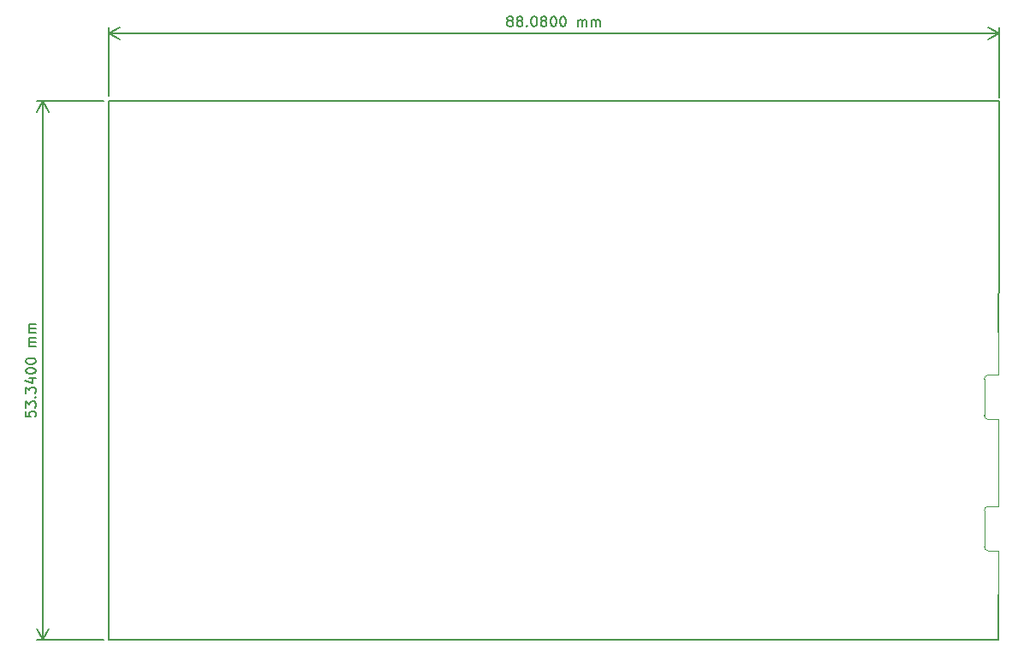
<source format=gbr>
%TF.GenerationSoftware,KiCad,Pcbnew,9.0.7*%
%TF.CreationDate,2026-02-04T14:21:25-07:00*%
%TF.ProjectId,Uno_Shield_DSP_Class_v1,556e6f5f-5368-4696-956c-645f4453505f,rev?*%
%TF.SameCoordinates,Original*%
%TF.FileFunction,Profile,NP*%
%FSLAX46Y46*%
G04 Gerber Fmt 4.6, Leading zero omitted, Abs format (unit mm)*
G04 Created by KiCad (PCBNEW 9.0.7) date 2026-02-04 14:21:25*
%MOMM*%
%LPD*%
G01*
G04 APERTURE LIST*
%ADD10C,0.150000*%
%TA.AperFunction,Profile*%
%ADD11C,0.150000*%
%TD*%
%TA.AperFunction,Profile*%
%ADD12C,0.120000*%
%TD*%
G04 APERTURE END LIST*
D10*
X72304819Y-77425237D02*
X72304819Y-77901427D01*
X72304819Y-77901427D02*
X72781009Y-77949046D01*
X72781009Y-77949046D02*
X72733390Y-77901427D01*
X72733390Y-77901427D02*
X72685771Y-77806189D01*
X72685771Y-77806189D02*
X72685771Y-77568094D01*
X72685771Y-77568094D02*
X72733390Y-77472856D01*
X72733390Y-77472856D02*
X72781009Y-77425237D01*
X72781009Y-77425237D02*
X72876247Y-77377618D01*
X72876247Y-77377618D02*
X73114342Y-77377618D01*
X73114342Y-77377618D02*
X73209580Y-77425237D01*
X73209580Y-77425237D02*
X73257200Y-77472856D01*
X73257200Y-77472856D02*
X73304819Y-77568094D01*
X73304819Y-77568094D02*
X73304819Y-77806189D01*
X73304819Y-77806189D02*
X73257200Y-77901427D01*
X73257200Y-77901427D02*
X73209580Y-77949046D01*
X72304819Y-77044284D02*
X72304819Y-76425237D01*
X72304819Y-76425237D02*
X72685771Y-76758570D01*
X72685771Y-76758570D02*
X72685771Y-76615713D01*
X72685771Y-76615713D02*
X72733390Y-76520475D01*
X72733390Y-76520475D02*
X72781009Y-76472856D01*
X72781009Y-76472856D02*
X72876247Y-76425237D01*
X72876247Y-76425237D02*
X73114342Y-76425237D01*
X73114342Y-76425237D02*
X73209580Y-76472856D01*
X73209580Y-76472856D02*
X73257200Y-76520475D01*
X73257200Y-76520475D02*
X73304819Y-76615713D01*
X73304819Y-76615713D02*
X73304819Y-76901427D01*
X73304819Y-76901427D02*
X73257200Y-76996665D01*
X73257200Y-76996665D02*
X73209580Y-77044284D01*
X73209580Y-75996665D02*
X73257200Y-75949046D01*
X73257200Y-75949046D02*
X73304819Y-75996665D01*
X73304819Y-75996665D02*
X73257200Y-76044284D01*
X73257200Y-76044284D02*
X73209580Y-75996665D01*
X73209580Y-75996665D02*
X73304819Y-75996665D01*
X72304819Y-75615713D02*
X72304819Y-74996666D01*
X72304819Y-74996666D02*
X72685771Y-75329999D01*
X72685771Y-75329999D02*
X72685771Y-75187142D01*
X72685771Y-75187142D02*
X72733390Y-75091904D01*
X72733390Y-75091904D02*
X72781009Y-75044285D01*
X72781009Y-75044285D02*
X72876247Y-74996666D01*
X72876247Y-74996666D02*
X73114342Y-74996666D01*
X73114342Y-74996666D02*
X73209580Y-75044285D01*
X73209580Y-75044285D02*
X73257200Y-75091904D01*
X73257200Y-75091904D02*
X73304819Y-75187142D01*
X73304819Y-75187142D02*
X73304819Y-75472856D01*
X73304819Y-75472856D02*
X73257200Y-75568094D01*
X73257200Y-75568094D02*
X73209580Y-75615713D01*
X72638152Y-74139523D02*
X73304819Y-74139523D01*
X72257200Y-74377618D02*
X72971485Y-74615713D01*
X72971485Y-74615713D02*
X72971485Y-73996666D01*
X72304819Y-73425237D02*
X72304819Y-73329999D01*
X72304819Y-73329999D02*
X72352438Y-73234761D01*
X72352438Y-73234761D02*
X72400057Y-73187142D01*
X72400057Y-73187142D02*
X72495295Y-73139523D01*
X72495295Y-73139523D02*
X72685771Y-73091904D01*
X72685771Y-73091904D02*
X72923866Y-73091904D01*
X72923866Y-73091904D02*
X73114342Y-73139523D01*
X73114342Y-73139523D02*
X73209580Y-73187142D01*
X73209580Y-73187142D02*
X73257200Y-73234761D01*
X73257200Y-73234761D02*
X73304819Y-73329999D01*
X73304819Y-73329999D02*
X73304819Y-73425237D01*
X73304819Y-73425237D02*
X73257200Y-73520475D01*
X73257200Y-73520475D02*
X73209580Y-73568094D01*
X73209580Y-73568094D02*
X73114342Y-73615713D01*
X73114342Y-73615713D02*
X72923866Y-73663332D01*
X72923866Y-73663332D02*
X72685771Y-73663332D01*
X72685771Y-73663332D02*
X72495295Y-73615713D01*
X72495295Y-73615713D02*
X72400057Y-73568094D01*
X72400057Y-73568094D02*
X72352438Y-73520475D01*
X72352438Y-73520475D02*
X72304819Y-73425237D01*
X72304819Y-72472856D02*
X72304819Y-72377618D01*
X72304819Y-72377618D02*
X72352438Y-72282380D01*
X72352438Y-72282380D02*
X72400057Y-72234761D01*
X72400057Y-72234761D02*
X72495295Y-72187142D01*
X72495295Y-72187142D02*
X72685771Y-72139523D01*
X72685771Y-72139523D02*
X72923866Y-72139523D01*
X72923866Y-72139523D02*
X73114342Y-72187142D01*
X73114342Y-72187142D02*
X73209580Y-72234761D01*
X73209580Y-72234761D02*
X73257200Y-72282380D01*
X73257200Y-72282380D02*
X73304819Y-72377618D01*
X73304819Y-72377618D02*
X73304819Y-72472856D01*
X73304819Y-72472856D02*
X73257200Y-72568094D01*
X73257200Y-72568094D02*
X73209580Y-72615713D01*
X73209580Y-72615713D02*
X73114342Y-72663332D01*
X73114342Y-72663332D02*
X72923866Y-72710951D01*
X72923866Y-72710951D02*
X72685771Y-72710951D01*
X72685771Y-72710951D02*
X72495295Y-72663332D01*
X72495295Y-72663332D02*
X72400057Y-72615713D01*
X72400057Y-72615713D02*
X72352438Y-72568094D01*
X72352438Y-72568094D02*
X72304819Y-72472856D01*
X73304819Y-70949046D02*
X72638152Y-70949046D01*
X72733390Y-70949046D02*
X72685771Y-70901427D01*
X72685771Y-70901427D02*
X72638152Y-70806189D01*
X72638152Y-70806189D02*
X72638152Y-70663332D01*
X72638152Y-70663332D02*
X72685771Y-70568094D01*
X72685771Y-70568094D02*
X72781009Y-70520475D01*
X72781009Y-70520475D02*
X73304819Y-70520475D01*
X72781009Y-70520475D02*
X72685771Y-70472856D01*
X72685771Y-70472856D02*
X72638152Y-70377618D01*
X72638152Y-70377618D02*
X72638152Y-70234761D01*
X72638152Y-70234761D02*
X72685771Y-70139522D01*
X72685771Y-70139522D02*
X72781009Y-70091903D01*
X72781009Y-70091903D02*
X73304819Y-70091903D01*
X73304819Y-69615713D02*
X72638152Y-69615713D01*
X72733390Y-69615713D02*
X72685771Y-69568094D01*
X72685771Y-69568094D02*
X72638152Y-69472856D01*
X72638152Y-69472856D02*
X72638152Y-69329999D01*
X72638152Y-69329999D02*
X72685771Y-69234761D01*
X72685771Y-69234761D02*
X72781009Y-69187142D01*
X72781009Y-69187142D02*
X73304819Y-69187142D01*
X72781009Y-69187142D02*
X72685771Y-69139523D01*
X72685771Y-69139523D02*
X72638152Y-69044285D01*
X72638152Y-69044285D02*
X72638152Y-68901428D01*
X72638152Y-68901428D02*
X72685771Y-68806189D01*
X72685771Y-68806189D02*
X72781009Y-68758570D01*
X72781009Y-68758570D02*
X73304819Y-68758570D01*
D11*
X80000000Y-46660000D02*
X73413580Y-46660000D01*
X73413580Y-100000000D02*
X80000000Y-100000000D01*
X74000000Y-46660000D02*
X74000000Y-100000000D01*
X74000000Y-46660000D02*
X74586421Y-47786504D01*
X74000000Y-46660000D02*
X73413579Y-47786504D01*
X74000000Y-100000000D02*
X73413579Y-98873496D01*
X74000000Y-100000000D02*
X74586421Y-98873496D01*
D10*
X120111429Y-38733390D02*
X120016191Y-38685771D01*
X120016191Y-38685771D02*
X119968572Y-38638152D01*
X119968572Y-38638152D02*
X119920953Y-38542914D01*
X119920953Y-38542914D02*
X119920953Y-38495295D01*
X119920953Y-38495295D02*
X119968572Y-38400057D01*
X119968572Y-38400057D02*
X120016191Y-38352438D01*
X120016191Y-38352438D02*
X120111429Y-38304819D01*
X120111429Y-38304819D02*
X120301905Y-38304819D01*
X120301905Y-38304819D02*
X120397143Y-38352438D01*
X120397143Y-38352438D02*
X120444762Y-38400057D01*
X120444762Y-38400057D02*
X120492381Y-38495295D01*
X120492381Y-38495295D02*
X120492381Y-38542914D01*
X120492381Y-38542914D02*
X120444762Y-38638152D01*
X120444762Y-38638152D02*
X120397143Y-38685771D01*
X120397143Y-38685771D02*
X120301905Y-38733390D01*
X120301905Y-38733390D02*
X120111429Y-38733390D01*
X120111429Y-38733390D02*
X120016191Y-38781009D01*
X120016191Y-38781009D02*
X119968572Y-38828628D01*
X119968572Y-38828628D02*
X119920953Y-38923866D01*
X119920953Y-38923866D02*
X119920953Y-39114342D01*
X119920953Y-39114342D02*
X119968572Y-39209580D01*
X119968572Y-39209580D02*
X120016191Y-39257200D01*
X120016191Y-39257200D02*
X120111429Y-39304819D01*
X120111429Y-39304819D02*
X120301905Y-39304819D01*
X120301905Y-39304819D02*
X120397143Y-39257200D01*
X120397143Y-39257200D02*
X120444762Y-39209580D01*
X120444762Y-39209580D02*
X120492381Y-39114342D01*
X120492381Y-39114342D02*
X120492381Y-38923866D01*
X120492381Y-38923866D02*
X120444762Y-38828628D01*
X120444762Y-38828628D02*
X120397143Y-38781009D01*
X120397143Y-38781009D02*
X120301905Y-38733390D01*
X121063810Y-38733390D02*
X120968572Y-38685771D01*
X120968572Y-38685771D02*
X120920953Y-38638152D01*
X120920953Y-38638152D02*
X120873334Y-38542914D01*
X120873334Y-38542914D02*
X120873334Y-38495295D01*
X120873334Y-38495295D02*
X120920953Y-38400057D01*
X120920953Y-38400057D02*
X120968572Y-38352438D01*
X120968572Y-38352438D02*
X121063810Y-38304819D01*
X121063810Y-38304819D02*
X121254286Y-38304819D01*
X121254286Y-38304819D02*
X121349524Y-38352438D01*
X121349524Y-38352438D02*
X121397143Y-38400057D01*
X121397143Y-38400057D02*
X121444762Y-38495295D01*
X121444762Y-38495295D02*
X121444762Y-38542914D01*
X121444762Y-38542914D02*
X121397143Y-38638152D01*
X121397143Y-38638152D02*
X121349524Y-38685771D01*
X121349524Y-38685771D02*
X121254286Y-38733390D01*
X121254286Y-38733390D02*
X121063810Y-38733390D01*
X121063810Y-38733390D02*
X120968572Y-38781009D01*
X120968572Y-38781009D02*
X120920953Y-38828628D01*
X120920953Y-38828628D02*
X120873334Y-38923866D01*
X120873334Y-38923866D02*
X120873334Y-39114342D01*
X120873334Y-39114342D02*
X120920953Y-39209580D01*
X120920953Y-39209580D02*
X120968572Y-39257200D01*
X120968572Y-39257200D02*
X121063810Y-39304819D01*
X121063810Y-39304819D02*
X121254286Y-39304819D01*
X121254286Y-39304819D02*
X121349524Y-39257200D01*
X121349524Y-39257200D02*
X121397143Y-39209580D01*
X121397143Y-39209580D02*
X121444762Y-39114342D01*
X121444762Y-39114342D02*
X121444762Y-38923866D01*
X121444762Y-38923866D02*
X121397143Y-38828628D01*
X121397143Y-38828628D02*
X121349524Y-38781009D01*
X121349524Y-38781009D02*
X121254286Y-38733390D01*
X121873334Y-39209580D02*
X121920953Y-39257200D01*
X121920953Y-39257200D02*
X121873334Y-39304819D01*
X121873334Y-39304819D02*
X121825715Y-39257200D01*
X121825715Y-39257200D02*
X121873334Y-39209580D01*
X121873334Y-39209580D02*
X121873334Y-39304819D01*
X122540000Y-38304819D02*
X122635238Y-38304819D01*
X122635238Y-38304819D02*
X122730476Y-38352438D01*
X122730476Y-38352438D02*
X122778095Y-38400057D01*
X122778095Y-38400057D02*
X122825714Y-38495295D01*
X122825714Y-38495295D02*
X122873333Y-38685771D01*
X122873333Y-38685771D02*
X122873333Y-38923866D01*
X122873333Y-38923866D02*
X122825714Y-39114342D01*
X122825714Y-39114342D02*
X122778095Y-39209580D01*
X122778095Y-39209580D02*
X122730476Y-39257200D01*
X122730476Y-39257200D02*
X122635238Y-39304819D01*
X122635238Y-39304819D02*
X122540000Y-39304819D01*
X122540000Y-39304819D02*
X122444762Y-39257200D01*
X122444762Y-39257200D02*
X122397143Y-39209580D01*
X122397143Y-39209580D02*
X122349524Y-39114342D01*
X122349524Y-39114342D02*
X122301905Y-38923866D01*
X122301905Y-38923866D02*
X122301905Y-38685771D01*
X122301905Y-38685771D02*
X122349524Y-38495295D01*
X122349524Y-38495295D02*
X122397143Y-38400057D01*
X122397143Y-38400057D02*
X122444762Y-38352438D01*
X122444762Y-38352438D02*
X122540000Y-38304819D01*
X123444762Y-38733390D02*
X123349524Y-38685771D01*
X123349524Y-38685771D02*
X123301905Y-38638152D01*
X123301905Y-38638152D02*
X123254286Y-38542914D01*
X123254286Y-38542914D02*
X123254286Y-38495295D01*
X123254286Y-38495295D02*
X123301905Y-38400057D01*
X123301905Y-38400057D02*
X123349524Y-38352438D01*
X123349524Y-38352438D02*
X123444762Y-38304819D01*
X123444762Y-38304819D02*
X123635238Y-38304819D01*
X123635238Y-38304819D02*
X123730476Y-38352438D01*
X123730476Y-38352438D02*
X123778095Y-38400057D01*
X123778095Y-38400057D02*
X123825714Y-38495295D01*
X123825714Y-38495295D02*
X123825714Y-38542914D01*
X123825714Y-38542914D02*
X123778095Y-38638152D01*
X123778095Y-38638152D02*
X123730476Y-38685771D01*
X123730476Y-38685771D02*
X123635238Y-38733390D01*
X123635238Y-38733390D02*
X123444762Y-38733390D01*
X123444762Y-38733390D02*
X123349524Y-38781009D01*
X123349524Y-38781009D02*
X123301905Y-38828628D01*
X123301905Y-38828628D02*
X123254286Y-38923866D01*
X123254286Y-38923866D02*
X123254286Y-39114342D01*
X123254286Y-39114342D02*
X123301905Y-39209580D01*
X123301905Y-39209580D02*
X123349524Y-39257200D01*
X123349524Y-39257200D02*
X123444762Y-39304819D01*
X123444762Y-39304819D02*
X123635238Y-39304819D01*
X123635238Y-39304819D02*
X123730476Y-39257200D01*
X123730476Y-39257200D02*
X123778095Y-39209580D01*
X123778095Y-39209580D02*
X123825714Y-39114342D01*
X123825714Y-39114342D02*
X123825714Y-38923866D01*
X123825714Y-38923866D02*
X123778095Y-38828628D01*
X123778095Y-38828628D02*
X123730476Y-38781009D01*
X123730476Y-38781009D02*
X123635238Y-38733390D01*
X124444762Y-38304819D02*
X124540000Y-38304819D01*
X124540000Y-38304819D02*
X124635238Y-38352438D01*
X124635238Y-38352438D02*
X124682857Y-38400057D01*
X124682857Y-38400057D02*
X124730476Y-38495295D01*
X124730476Y-38495295D02*
X124778095Y-38685771D01*
X124778095Y-38685771D02*
X124778095Y-38923866D01*
X124778095Y-38923866D02*
X124730476Y-39114342D01*
X124730476Y-39114342D02*
X124682857Y-39209580D01*
X124682857Y-39209580D02*
X124635238Y-39257200D01*
X124635238Y-39257200D02*
X124540000Y-39304819D01*
X124540000Y-39304819D02*
X124444762Y-39304819D01*
X124444762Y-39304819D02*
X124349524Y-39257200D01*
X124349524Y-39257200D02*
X124301905Y-39209580D01*
X124301905Y-39209580D02*
X124254286Y-39114342D01*
X124254286Y-39114342D02*
X124206667Y-38923866D01*
X124206667Y-38923866D02*
X124206667Y-38685771D01*
X124206667Y-38685771D02*
X124254286Y-38495295D01*
X124254286Y-38495295D02*
X124301905Y-38400057D01*
X124301905Y-38400057D02*
X124349524Y-38352438D01*
X124349524Y-38352438D02*
X124444762Y-38304819D01*
X125397143Y-38304819D02*
X125492381Y-38304819D01*
X125492381Y-38304819D02*
X125587619Y-38352438D01*
X125587619Y-38352438D02*
X125635238Y-38400057D01*
X125635238Y-38400057D02*
X125682857Y-38495295D01*
X125682857Y-38495295D02*
X125730476Y-38685771D01*
X125730476Y-38685771D02*
X125730476Y-38923866D01*
X125730476Y-38923866D02*
X125682857Y-39114342D01*
X125682857Y-39114342D02*
X125635238Y-39209580D01*
X125635238Y-39209580D02*
X125587619Y-39257200D01*
X125587619Y-39257200D02*
X125492381Y-39304819D01*
X125492381Y-39304819D02*
X125397143Y-39304819D01*
X125397143Y-39304819D02*
X125301905Y-39257200D01*
X125301905Y-39257200D02*
X125254286Y-39209580D01*
X125254286Y-39209580D02*
X125206667Y-39114342D01*
X125206667Y-39114342D02*
X125159048Y-38923866D01*
X125159048Y-38923866D02*
X125159048Y-38685771D01*
X125159048Y-38685771D02*
X125206667Y-38495295D01*
X125206667Y-38495295D02*
X125254286Y-38400057D01*
X125254286Y-38400057D02*
X125301905Y-38352438D01*
X125301905Y-38352438D02*
X125397143Y-38304819D01*
X126920953Y-39304819D02*
X126920953Y-38638152D01*
X126920953Y-38733390D02*
X126968572Y-38685771D01*
X126968572Y-38685771D02*
X127063810Y-38638152D01*
X127063810Y-38638152D02*
X127206667Y-38638152D01*
X127206667Y-38638152D02*
X127301905Y-38685771D01*
X127301905Y-38685771D02*
X127349524Y-38781009D01*
X127349524Y-38781009D02*
X127349524Y-39304819D01*
X127349524Y-38781009D02*
X127397143Y-38685771D01*
X127397143Y-38685771D02*
X127492381Y-38638152D01*
X127492381Y-38638152D02*
X127635238Y-38638152D01*
X127635238Y-38638152D02*
X127730477Y-38685771D01*
X127730477Y-38685771D02*
X127778096Y-38781009D01*
X127778096Y-38781009D02*
X127778096Y-39304819D01*
X128254286Y-39304819D02*
X128254286Y-38638152D01*
X128254286Y-38733390D02*
X128301905Y-38685771D01*
X128301905Y-38685771D02*
X128397143Y-38638152D01*
X128397143Y-38638152D02*
X128540000Y-38638152D01*
X128540000Y-38638152D02*
X128635238Y-38685771D01*
X128635238Y-38685771D02*
X128682857Y-38781009D01*
X128682857Y-38781009D02*
X128682857Y-39304819D01*
X128682857Y-38781009D02*
X128730476Y-38685771D01*
X128730476Y-38685771D02*
X128825714Y-38638152D01*
X128825714Y-38638152D02*
X128968571Y-38638152D01*
X128968571Y-38638152D02*
X129063810Y-38685771D01*
X129063810Y-38685771D02*
X129111429Y-38781009D01*
X129111429Y-38781009D02*
X129111429Y-39304819D01*
D11*
X168580000Y-46330000D02*
X168580000Y-39413580D01*
X80500000Y-39413580D02*
X80500000Y-46160000D01*
X168580000Y-40000000D02*
X80500000Y-40000000D01*
X168580000Y-40000000D02*
X167453496Y-40586421D01*
X168580000Y-40000000D02*
X167453496Y-39413579D01*
X80500000Y-40000000D02*
X81626504Y-39413579D01*
X80500000Y-40000000D02*
X81626504Y-40586421D01*
X168500000Y-46660000D02*
X168580000Y-46660000D01*
X100492593Y-100000000D02*
X165278000Y-100000000D01*
X168500000Y-95500000D02*
X168500000Y-100000000D01*
X100762000Y-46660000D02*
X163500000Y-46660000D01*
X168580000Y-61900000D02*
X168580000Y-47000000D01*
X80500000Y-100000000D02*
X100223185Y-100000000D01*
X163500000Y-46660000D02*
X168500000Y-46660000D01*
X168580000Y-61900000D02*
X168500000Y-69500000D01*
X100223185Y-100000000D02*
X100492593Y-100000000D01*
X168500000Y-100000000D02*
X165278000Y-100000000D01*
X168580000Y-47000000D02*
X168580000Y-46660000D01*
X80500000Y-100000000D02*
X80500000Y-46660000D01*
X100762000Y-46660000D02*
X80500000Y-46660000D01*
D12*
%TO.C,J11*%
X167100000Y-74200000D02*
X167100000Y-77800000D01*
X167500000Y-73800000D02*
X168500000Y-73800000D01*
X167500000Y-78200000D02*
X168500000Y-78200000D01*
X168500000Y-73800000D02*
X168500000Y-69500000D01*
X168500000Y-78200000D02*
X168500000Y-82500000D01*
X167100000Y-74200000D02*
G75*
G02*
X167500000Y-73800000I400000J0D01*
G01*
X167500000Y-78200000D02*
G75*
G02*
X167100000Y-77800000I2J400002D01*
G01*
%TO.C,J10*%
X167100000Y-87200000D02*
X167100000Y-90800000D01*
X167500000Y-86800000D02*
X168500000Y-86800000D01*
X167500000Y-91200000D02*
X168500000Y-91200000D01*
X168500000Y-86800000D02*
X168500000Y-82500000D01*
X168500000Y-91200000D02*
X168500000Y-95500000D01*
X167100000Y-87200000D02*
G75*
G02*
X167500000Y-86800000I400000J0D01*
G01*
X167500000Y-91200000D02*
G75*
G02*
X167100000Y-90800000I2J400002D01*
G01*
%TD*%
M02*

</source>
